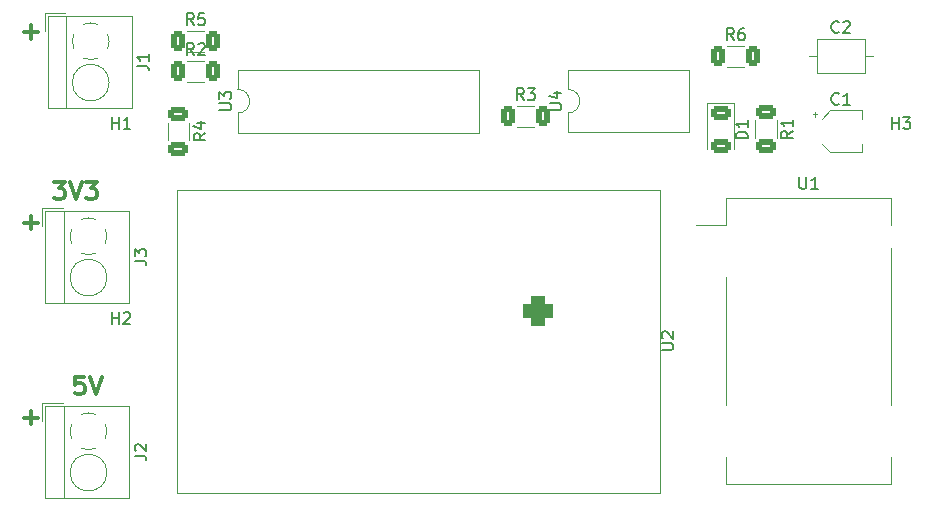
<source format=gto>
%TF.GenerationSoftware,KiCad,Pcbnew,6.0.8-1.fc36*%
%TF.CreationDate,2022-11-05T02:50:58+01:00*%
%TF.ProjectId,recruiting,72656372-7569-4746-996e-672e6b696361,V0*%
%TF.SameCoordinates,Original*%
%TF.FileFunction,Legend,Top*%
%TF.FilePolarity,Positive*%
%FSLAX46Y46*%
G04 Gerber Fmt 4.6, Leading zero omitted, Abs format (unit mm)*
G04 Created by KiCad (PCBNEW 6.0.8-1.fc36) date 2022-11-05 02:50:58*
%MOMM*%
%LPD*%
G01*
G04 APERTURE LIST*
G04 Aperture macros list*
%AMRoundRect*
0 Rectangle with rounded corners*
0 $1 Rounding radius*
0 $2 $3 $4 $5 $6 $7 $8 $9 X,Y pos of 4 corners*
0 Add a 4 corners polygon primitive as box body*
4,1,4,$2,$3,$4,$5,$6,$7,$8,$9,$2,$3,0*
0 Add four circle primitives for the rounded corners*
1,1,$1+$1,$2,$3*
1,1,$1+$1,$4,$5*
1,1,$1+$1,$6,$7*
1,1,$1+$1,$8,$9*
0 Add four rect primitives between the rounded corners*
20,1,$1+$1,$2,$3,$4,$5,0*
20,1,$1+$1,$4,$5,$6,$7,0*
20,1,$1+$1,$6,$7,$8,$9,0*
20,1,$1+$1,$8,$9,$2,$3,0*%
G04 Aperture macros list end*
%ADD10C,0.300000*%
%ADD11C,0.150000*%
%ADD12C,0.120000*%
%ADD13C,2.000000*%
%ADD14R,1.600000X1.600000*%
%ADD15O,1.600000X1.600000*%
%ADD16C,1.600000*%
%ADD17RoundRect,0.625000X-0.625000X0.625000X-0.625000X-0.625000X0.625000X-0.625000X0.625000X0.625000X0*%
%ADD18C,2.500000*%
%ADD19R,2.800000X1.400000*%
%ADD20RoundRect,0.250000X-0.312500X-0.625000X0.312500X-0.625000X0.312500X0.625000X-0.312500X0.625000X0*%
%ADD21RoundRect,0.250000X-0.625000X0.312500X-0.625000X-0.312500X0.625000X-0.312500X0.625000X0.312500X0*%
%ADD22R,2.400000X2.400000*%
%ADD23C,2.400000*%
%ADD24RoundRect,0.250000X-0.625000X0.375000X-0.625000X-0.375000X0.625000X-0.375000X0.625000X0.375000X0*%
%ADD25R,2.200000X1.600000*%
G04 APERTURE END LIST*
D10*
X101221071Y-100437142D02*
X102363928Y-100437142D01*
X101792500Y-101008571D02*
X101792500Y-99865714D01*
X101221071Y-83927142D02*
X102363928Y-83927142D01*
X101792500Y-84498571D02*
X101792500Y-83355714D01*
X101221071Y-67787142D02*
X102363928Y-67787142D01*
X101792500Y-68358571D02*
X101792500Y-67215714D01*
X103745357Y-80458571D02*
X104673928Y-80458571D01*
X104173928Y-81030000D01*
X104388214Y-81030000D01*
X104531071Y-81101428D01*
X104602500Y-81172857D01*
X104673928Y-81315714D01*
X104673928Y-81672857D01*
X104602500Y-81815714D01*
X104531071Y-81887142D01*
X104388214Y-81958571D01*
X103959642Y-81958571D01*
X103816785Y-81887142D01*
X103745357Y-81815714D01*
X105102500Y-80458571D02*
X105602500Y-81958571D01*
X106102500Y-80458571D01*
X106459642Y-80458571D02*
X107388214Y-80458571D01*
X106888214Y-81030000D01*
X107102500Y-81030000D01*
X107245357Y-81101428D01*
X107316785Y-81172857D01*
X107388214Y-81315714D01*
X107388214Y-81672857D01*
X107316785Y-81815714D01*
X107245357Y-81887142D01*
X107102500Y-81958571D01*
X106673928Y-81958571D01*
X106531071Y-81887142D01*
X106459642Y-81815714D01*
X106294285Y-96968571D02*
X105580000Y-96968571D01*
X105508571Y-97682857D01*
X105580000Y-97611428D01*
X105722857Y-97540000D01*
X106080000Y-97540000D01*
X106222857Y-97611428D01*
X106294285Y-97682857D01*
X106365714Y-97825714D01*
X106365714Y-98182857D01*
X106294285Y-98325714D01*
X106222857Y-98397142D01*
X106080000Y-98468571D01*
X105722857Y-98468571D01*
X105580000Y-98397142D01*
X105508571Y-98325714D01*
X106794285Y-96968571D02*
X107294285Y-98468571D01*
X107794285Y-96968571D01*
D11*
%TO.C,H3*%
X174690595Y-75992380D02*
X174690595Y-74992380D01*
X174690595Y-75468571D02*
X175262023Y-75468571D01*
X175262023Y-75992380D02*
X175262023Y-74992380D01*
X175642976Y-74992380D02*
X176262023Y-74992380D01*
X175928690Y-75373333D01*
X176071547Y-75373333D01*
X176166785Y-75420952D01*
X176214404Y-75468571D01*
X176262023Y-75563809D01*
X176262023Y-75801904D01*
X176214404Y-75897142D01*
X176166785Y-75944761D01*
X176071547Y-75992380D01*
X175785833Y-75992380D01*
X175690595Y-75944761D01*
X175642976Y-75897142D01*
%TO.C,H2*%
X108650595Y-92502380D02*
X108650595Y-91502380D01*
X108650595Y-91978571D02*
X109222023Y-91978571D01*
X109222023Y-92502380D02*
X109222023Y-91502380D01*
X109650595Y-91597619D02*
X109698214Y-91550000D01*
X109793452Y-91502380D01*
X110031547Y-91502380D01*
X110126785Y-91550000D01*
X110174404Y-91597619D01*
X110222023Y-91692857D01*
X110222023Y-91788095D01*
X110174404Y-91930952D01*
X109602976Y-92502380D01*
X110222023Y-92502380D01*
%TO.C,H1*%
X108650595Y-75992380D02*
X108650595Y-74992380D01*
X108650595Y-75468571D02*
X109222023Y-75468571D01*
X109222023Y-75992380D02*
X109222023Y-74992380D01*
X110222023Y-75992380D02*
X109650595Y-75992380D01*
X109936309Y-75992380D02*
X109936309Y-74992380D01*
X109841071Y-75135238D01*
X109745833Y-75230476D01*
X109650595Y-75278095D01*
%TO.C,U4*%
X145722380Y-74411904D02*
X146531904Y-74411904D01*
X146627142Y-74364285D01*
X146674761Y-74316666D01*
X146722380Y-74221428D01*
X146722380Y-74030952D01*
X146674761Y-73935714D01*
X146627142Y-73888095D01*
X146531904Y-73840476D01*
X145722380Y-73840476D01*
X146055714Y-72935714D02*
X146722380Y-72935714D01*
X145674761Y-73173809D02*
X146389047Y-73411904D01*
X146389047Y-72792857D01*
%TO.C,U3*%
X117772380Y-74416904D02*
X118581904Y-74416904D01*
X118677142Y-74369285D01*
X118724761Y-74321666D01*
X118772380Y-74226428D01*
X118772380Y-74035952D01*
X118724761Y-73940714D01*
X118677142Y-73893095D01*
X118581904Y-73845476D01*
X117772380Y-73845476D01*
X117772380Y-73464523D02*
X117772380Y-72845476D01*
X118153333Y-73178809D01*
X118153333Y-73035952D01*
X118200952Y-72940714D01*
X118248571Y-72893095D01*
X118343809Y-72845476D01*
X118581904Y-72845476D01*
X118677142Y-72893095D01*
X118724761Y-72940714D01*
X118772380Y-73035952D01*
X118772380Y-73321666D01*
X118724761Y-73416904D01*
X118677142Y-73464523D01*
%TO.C,U2*%
X155202380Y-94711904D02*
X156011904Y-94711904D01*
X156107142Y-94664285D01*
X156154761Y-94616666D01*
X156202380Y-94521428D01*
X156202380Y-94330952D01*
X156154761Y-94235714D01*
X156107142Y-94188095D01*
X156011904Y-94140476D01*
X155202380Y-94140476D01*
X155297619Y-93711904D02*
X155250000Y-93664285D01*
X155202380Y-93569047D01*
X155202380Y-93330952D01*
X155250000Y-93235714D01*
X155297619Y-93188095D01*
X155392857Y-93140476D01*
X155488095Y-93140476D01*
X155630952Y-93188095D01*
X156202380Y-93759523D01*
X156202380Y-93140476D01*
%TO.C,U1*%
X166878095Y-80082380D02*
X166878095Y-80891904D01*
X166925714Y-80987142D01*
X166973333Y-81034761D01*
X167068571Y-81082380D01*
X167259047Y-81082380D01*
X167354285Y-81034761D01*
X167401904Y-80987142D01*
X167449523Y-80891904D01*
X167449523Y-80082380D01*
X168449523Y-81082380D02*
X167878095Y-81082380D01*
X168163809Y-81082380D02*
X168163809Y-80082380D01*
X168068571Y-80225238D01*
X167973333Y-80320476D01*
X167878095Y-80368095D01*
%TO.C,R6*%
X161315833Y-68482380D02*
X160982500Y-68006190D01*
X160744404Y-68482380D02*
X160744404Y-67482380D01*
X161125357Y-67482380D01*
X161220595Y-67530000D01*
X161268214Y-67577619D01*
X161315833Y-67672857D01*
X161315833Y-67815714D01*
X161268214Y-67910952D01*
X161220595Y-67958571D01*
X161125357Y-68006190D01*
X160744404Y-68006190D01*
X162172976Y-67482380D02*
X161982500Y-67482380D01*
X161887261Y-67530000D01*
X161839642Y-67577619D01*
X161744404Y-67720476D01*
X161696785Y-67910952D01*
X161696785Y-68291904D01*
X161744404Y-68387142D01*
X161792023Y-68434761D01*
X161887261Y-68482380D01*
X162077738Y-68482380D01*
X162172976Y-68434761D01*
X162220595Y-68387142D01*
X162268214Y-68291904D01*
X162268214Y-68053809D01*
X162220595Y-67958571D01*
X162172976Y-67910952D01*
X162077738Y-67863333D01*
X161887261Y-67863333D01*
X161792023Y-67910952D01*
X161744404Y-67958571D01*
X161696785Y-68053809D01*
%TO.C,R5*%
X115595833Y-67212380D02*
X115262500Y-66736190D01*
X115024404Y-67212380D02*
X115024404Y-66212380D01*
X115405357Y-66212380D01*
X115500595Y-66260000D01*
X115548214Y-66307619D01*
X115595833Y-66402857D01*
X115595833Y-66545714D01*
X115548214Y-66640952D01*
X115500595Y-66688571D01*
X115405357Y-66736190D01*
X115024404Y-66736190D01*
X116500595Y-66212380D02*
X116024404Y-66212380D01*
X115976785Y-66688571D01*
X116024404Y-66640952D01*
X116119642Y-66593333D01*
X116357738Y-66593333D01*
X116452976Y-66640952D01*
X116500595Y-66688571D01*
X116548214Y-66783809D01*
X116548214Y-67021904D01*
X116500595Y-67117142D01*
X116452976Y-67164761D01*
X116357738Y-67212380D01*
X116119642Y-67212380D01*
X116024404Y-67164761D01*
X115976785Y-67117142D01*
%TO.C,R4*%
X116572380Y-76366666D02*
X116096190Y-76700000D01*
X116572380Y-76938095D02*
X115572380Y-76938095D01*
X115572380Y-76557142D01*
X115620000Y-76461904D01*
X115667619Y-76414285D01*
X115762857Y-76366666D01*
X115905714Y-76366666D01*
X116000952Y-76414285D01*
X116048571Y-76461904D01*
X116096190Y-76557142D01*
X116096190Y-76938095D01*
X115905714Y-75509523D02*
X116572380Y-75509523D01*
X115524761Y-75747619D02*
X116239047Y-75985714D01*
X116239047Y-75366666D01*
%TO.C,R3*%
X143535833Y-73562380D02*
X143202500Y-73086190D01*
X142964404Y-73562380D02*
X142964404Y-72562380D01*
X143345357Y-72562380D01*
X143440595Y-72610000D01*
X143488214Y-72657619D01*
X143535833Y-72752857D01*
X143535833Y-72895714D01*
X143488214Y-72990952D01*
X143440595Y-73038571D01*
X143345357Y-73086190D01*
X142964404Y-73086190D01*
X143869166Y-72562380D02*
X144488214Y-72562380D01*
X144154880Y-72943333D01*
X144297738Y-72943333D01*
X144392976Y-72990952D01*
X144440595Y-73038571D01*
X144488214Y-73133809D01*
X144488214Y-73371904D01*
X144440595Y-73467142D01*
X144392976Y-73514761D01*
X144297738Y-73562380D01*
X144012023Y-73562380D01*
X143916785Y-73514761D01*
X143869166Y-73467142D01*
%TO.C,R2*%
X115595833Y-69752380D02*
X115262500Y-69276190D01*
X115024404Y-69752380D02*
X115024404Y-68752380D01*
X115405357Y-68752380D01*
X115500595Y-68800000D01*
X115548214Y-68847619D01*
X115595833Y-68942857D01*
X115595833Y-69085714D01*
X115548214Y-69180952D01*
X115500595Y-69228571D01*
X115405357Y-69276190D01*
X115024404Y-69276190D01*
X115976785Y-68847619D02*
X116024404Y-68800000D01*
X116119642Y-68752380D01*
X116357738Y-68752380D01*
X116452976Y-68800000D01*
X116500595Y-68847619D01*
X116548214Y-68942857D01*
X116548214Y-69038095D01*
X116500595Y-69180952D01*
X115929166Y-69752380D01*
X116548214Y-69752380D01*
%TO.C,R1*%
X166294880Y-76174166D02*
X165818690Y-76507500D01*
X166294880Y-76745595D02*
X165294880Y-76745595D01*
X165294880Y-76364642D01*
X165342500Y-76269404D01*
X165390119Y-76221785D01*
X165485357Y-76174166D01*
X165628214Y-76174166D01*
X165723452Y-76221785D01*
X165771071Y-76269404D01*
X165818690Y-76364642D01*
X165818690Y-76745595D01*
X166294880Y-75221785D02*
X166294880Y-75793214D01*
X166294880Y-75507500D02*
X165294880Y-75507500D01*
X165437738Y-75602738D01*
X165532976Y-75697976D01*
X165580595Y-75793214D01*
%TO.C,J3*%
X110592380Y-87173333D02*
X111306666Y-87173333D01*
X111449523Y-87220952D01*
X111544761Y-87316190D01*
X111592380Y-87459047D01*
X111592380Y-87554285D01*
X110592380Y-86792380D02*
X110592380Y-86173333D01*
X110973333Y-86506666D01*
X110973333Y-86363809D01*
X111020952Y-86268571D01*
X111068571Y-86220952D01*
X111163809Y-86173333D01*
X111401904Y-86173333D01*
X111497142Y-86220952D01*
X111544761Y-86268571D01*
X111592380Y-86363809D01*
X111592380Y-86649523D01*
X111544761Y-86744761D01*
X111497142Y-86792380D01*
%TO.C,J2*%
X110592380Y-103683333D02*
X111306666Y-103683333D01*
X111449523Y-103730952D01*
X111544761Y-103826190D01*
X111592380Y-103969047D01*
X111592380Y-104064285D01*
X110687619Y-103254761D02*
X110640000Y-103207142D01*
X110592380Y-103111904D01*
X110592380Y-102873809D01*
X110640000Y-102778571D01*
X110687619Y-102730952D01*
X110782857Y-102683333D01*
X110878095Y-102683333D01*
X111020952Y-102730952D01*
X111592380Y-103302380D01*
X111592380Y-102683333D01*
%TO.C,J1*%
X110784880Y-70663333D02*
X111499166Y-70663333D01*
X111642023Y-70710952D01*
X111737261Y-70806190D01*
X111784880Y-70949047D01*
X111784880Y-71044285D01*
X111784880Y-69663333D02*
X111784880Y-70234761D01*
X111784880Y-69949047D02*
X110784880Y-69949047D01*
X110927738Y-70044285D01*
X111022976Y-70139523D01*
X111070595Y-70234761D01*
%TO.C,D1*%
X162484880Y-76808095D02*
X161484880Y-76808095D01*
X161484880Y-76570000D01*
X161532500Y-76427142D01*
X161627738Y-76331904D01*
X161722976Y-76284285D01*
X161913452Y-76236666D01*
X162056309Y-76236666D01*
X162246785Y-76284285D01*
X162342023Y-76331904D01*
X162437261Y-76427142D01*
X162484880Y-76570000D01*
X162484880Y-76808095D01*
X162484880Y-75284285D02*
X162484880Y-75855714D01*
X162484880Y-75570000D02*
X161484880Y-75570000D01*
X161627738Y-75665238D01*
X161722976Y-75760476D01*
X161770595Y-75855714D01*
%TO.C,C2*%
X170205833Y-67787142D02*
X170158214Y-67834761D01*
X170015357Y-67882380D01*
X169920119Y-67882380D01*
X169777261Y-67834761D01*
X169682023Y-67739523D01*
X169634404Y-67644285D01*
X169586785Y-67453809D01*
X169586785Y-67310952D01*
X169634404Y-67120476D01*
X169682023Y-67025238D01*
X169777261Y-66930000D01*
X169920119Y-66882380D01*
X170015357Y-66882380D01*
X170158214Y-66930000D01*
X170205833Y-66977619D01*
X170586785Y-66977619D02*
X170634404Y-66930000D01*
X170729642Y-66882380D01*
X170967738Y-66882380D01*
X171062976Y-66930000D01*
X171110595Y-66977619D01*
X171158214Y-67072857D01*
X171158214Y-67168095D01*
X171110595Y-67310952D01*
X170539166Y-67882380D01*
X171158214Y-67882380D01*
%TO.C,C1*%
X170205833Y-73857142D02*
X170158214Y-73904761D01*
X170015357Y-73952380D01*
X169920119Y-73952380D01*
X169777261Y-73904761D01*
X169682023Y-73809523D01*
X169634404Y-73714285D01*
X169586785Y-73523809D01*
X169586785Y-73380952D01*
X169634404Y-73190476D01*
X169682023Y-73095238D01*
X169777261Y-73000000D01*
X169920119Y-72952380D01*
X170015357Y-72952380D01*
X170158214Y-73000000D01*
X170205833Y-73047619D01*
X171158214Y-73952380D02*
X170586785Y-73952380D01*
X170872500Y-73952380D02*
X170872500Y-72952380D01*
X170777261Y-73095238D01*
X170682023Y-73190476D01*
X170586785Y-73238095D01*
D12*
%TO.C,U4*%
X147270000Y-71000000D02*
X147270000Y-72650000D01*
X147270000Y-76300000D02*
X157550000Y-76300000D01*
X157550000Y-71000000D02*
X147270000Y-71000000D01*
X147270000Y-74650000D02*
X147270000Y-76300000D01*
X157550000Y-76300000D02*
X157550000Y-71000000D01*
X147270000Y-74650000D02*
G75*
G03*
X147270000Y-72650000I0J1000000D01*
G01*
%TO.C,U3*%
X139760000Y-71005000D02*
X119320000Y-71005000D01*
X139760000Y-76305000D02*
X139760000Y-71005000D01*
X119320000Y-74655000D02*
X119320000Y-76305000D01*
X119320000Y-71005000D02*
X119320000Y-72655000D01*
X119320000Y-76305000D02*
X139760000Y-76305000D01*
X119320000Y-74655000D02*
G75*
G03*
X119320000Y-72655000I0J1000000D01*
G01*
%TO.C,U2*%
X155060000Y-81160000D02*
X114180000Y-81160000D01*
X114180000Y-81160000D02*
X114180000Y-106800000D01*
X114180000Y-106800000D02*
X155060000Y-106800000D01*
X155060000Y-106800000D02*
X155060000Y-81160000D01*
%TO.C,U1*%
X174600000Y-86050000D02*
X174600000Y-99380000D01*
X174600000Y-106090000D02*
X160680000Y-106090000D01*
X160680000Y-103820000D02*
X160680000Y-106090000D01*
X174600000Y-103820000D02*
X174600000Y-106090000D01*
X174600000Y-81870000D02*
X160680000Y-81870000D01*
X160680000Y-84140000D02*
X158090000Y-84140000D01*
X160680000Y-81870000D02*
X160680000Y-84140000D01*
X174600000Y-81870000D02*
X174600000Y-84140000D01*
X160680000Y-88580000D02*
X160680000Y-99370000D01*
%TO.C,R6*%
X160755436Y-70760000D02*
X162209564Y-70760000D01*
X160755436Y-68940000D02*
X162209564Y-68940000D01*
%TO.C,R5*%
X115035436Y-69490000D02*
X116489564Y-69490000D01*
X115035436Y-67670000D02*
X116489564Y-67670000D01*
%TO.C,R4*%
X113390000Y-75472936D02*
X113390000Y-76927064D01*
X115210000Y-75472936D02*
X115210000Y-76927064D01*
%TO.C,R3*%
X142975436Y-75840000D02*
X144429564Y-75840000D01*
X142975436Y-74020000D02*
X144429564Y-74020000D01*
%TO.C,R2*%
X115035436Y-72030000D02*
X116489564Y-72030000D01*
X115035436Y-70210000D02*
X116489564Y-70210000D01*
%TO.C,R1*%
X163112500Y-75280436D02*
X163112500Y-76734564D01*
X164932500Y-75280436D02*
X164932500Y-76734564D01*
%TO.C,J3*%
X110140000Y-82930000D02*
X110140000Y-90750000D01*
X110140000Y-90750000D02*
X103020000Y-90750000D01*
X104580000Y-82930000D02*
X104580000Y-90750000D01*
X104520000Y-82690000D02*
X102780000Y-82690000D01*
X110140000Y-82930000D02*
X103020000Y-82930000D01*
X102780000Y-82690000D02*
X102780000Y-84190000D01*
X103020000Y-82930000D02*
X103020000Y-90750000D01*
X106072000Y-86522000D02*
G75*
G03*
X107287742Y-86522109I607999J1432003D01*
G01*
X105125000Y-85090000D02*
G75*
G03*
X105248615Y-85697587I1555000J0D01*
G01*
X108112000Y-85698000D02*
G75*
G03*
X108112109Y-84482258I-1432000J608000D01*
G01*
X105248000Y-84482000D02*
G75*
G03*
X105124507Y-85117011I1431988J-607998D01*
G01*
X107288000Y-83658000D02*
G75*
G03*
X106072258Y-83657891I-608000J-1432000D01*
G01*
X108235000Y-88590000D02*
G75*
G03*
X108235000Y-88590000I-1555000J0D01*
G01*
%TO.C,J2*%
X110140000Y-99440000D02*
X110140000Y-107260000D01*
X110140000Y-107260000D02*
X103020000Y-107260000D01*
X104580000Y-99440000D02*
X104580000Y-107260000D01*
X104520000Y-99200000D02*
X102780000Y-99200000D01*
X110140000Y-99440000D02*
X103020000Y-99440000D01*
X102780000Y-99200000D02*
X102780000Y-100700000D01*
X103020000Y-99440000D02*
X103020000Y-107260000D01*
X106072000Y-103032000D02*
G75*
G03*
X107287742Y-103032109I607999J1432003D01*
G01*
X105125000Y-101600000D02*
G75*
G03*
X105248615Y-102207587I1555000J0D01*
G01*
X108112000Y-102208000D02*
G75*
G03*
X108112109Y-100992258I-1432000J608000D01*
G01*
X105248000Y-100992000D02*
G75*
G03*
X105124507Y-101627011I1431988J-607998D01*
G01*
X107288000Y-100168000D02*
G75*
G03*
X106072258Y-100167891I-608000J-1432000D01*
G01*
X108235000Y-105100000D02*
G75*
G03*
X108235000Y-105100000I-1555000J0D01*
G01*
%TO.C,J1*%
X110332500Y-66420000D02*
X110332500Y-74240000D01*
X110332500Y-74240000D02*
X103212500Y-74240000D01*
X104772500Y-66420000D02*
X104772500Y-74240000D01*
X104712500Y-66180000D02*
X102972500Y-66180000D01*
X110332500Y-66420000D02*
X103212500Y-66420000D01*
X102972500Y-66180000D02*
X102972500Y-67680000D01*
X103212500Y-66420000D02*
X103212500Y-74240000D01*
X106264500Y-70012000D02*
G75*
G03*
X107480242Y-70012109I607999J1432003D01*
G01*
X105317500Y-68580000D02*
G75*
G03*
X105441115Y-69187587I1555000J0D01*
G01*
X108304500Y-69188000D02*
G75*
G03*
X108304609Y-67972258I-1432000J608000D01*
G01*
X105440500Y-67972000D02*
G75*
G03*
X105317007Y-68607011I1431988J-607998D01*
G01*
X107480500Y-67148000D02*
G75*
G03*
X106264758Y-67147891I-608000J-1432000D01*
G01*
X108427500Y-72080000D02*
G75*
G03*
X108427500Y-72080000I-1555000J0D01*
G01*
%TO.C,D1*%
X161347500Y-73785000D02*
X159077500Y-73785000D01*
X161347500Y-77670000D02*
X161347500Y-73785000D01*
X159077500Y-73785000D02*
X159077500Y-77670000D01*
%TO.C,C2*%
X172392500Y-68430000D02*
X168352500Y-68430000D01*
X172392500Y-71270000D02*
X172392500Y-68430000D01*
X168352500Y-68430000D02*
X168352500Y-71270000D01*
X173082500Y-69850000D02*
X172392500Y-69850000D01*
X168352500Y-71270000D02*
X172392500Y-71270000D01*
X167662500Y-69850000D02*
X168352500Y-69850000D01*
%TO.C,C1*%
X169501937Y-77960000D02*
X172132500Y-77960000D01*
X172132500Y-77960000D02*
X172132500Y-77260000D01*
X168185000Y-74577500D02*
X168185000Y-74952500D01*
X168801937Y-77260000D02*
X169501937Y-77960000D01*
X169501937Y-74440000D02*
X172132500Y-74440000D01*
X172132500Y-74440000D02*
X172132500Y-75140000D01*
X167997500Y-74765000D02*
X168372500Y-74765000D01*
X168801937Y-75140000D02*
X169501937Y-74440000D01*
%TD*%
%LPC*%
D13*
%TO.C,H3*%
X175452500Y-78740000D03*
%TD*%
%TO.C,H2*%
X109412500Y-95250000D03*
%TD*%
%TO.C,H1*%
X109412500Y-78740000D03*
%TD*%
D14*
%TO.C,U4*%
X148600000Y-77460000D03*
D15*
X151140000Y-77460000D03*
X153680000Y-77460000D03*
X156220000Y-77460000D03*
X156220000Y-69840000D03*
X153680000Y-69840000D03*
X151140000Y-69840000D03*
X148600000Y-69840000D03*
%TD*%
D14*
%TO.C,U3*%
X120650000Y-77465000D03*
D16*
X123190000Y-77465000D03*
X135890000Y-77465000D03*
X138430000Y-77465000D03*
X138430000Y-69845000D03*
X135890000Y-69845000D03*
X123190000Y-69845000D03*
X120650000Y-69845000D03*
%TD*%
D17*
%TO.C,U2*%
X144780000Y-91440000D03*
D18*
X144780000Y-96520000D03*
X124460000Y-83820000D03*
X124460000Y-93980000D03*
X124460000Y-104140000D03*
X144780000Y-104140000D03*
%TD*%
D19*
%TO.C,U1*%
X175890000Y-85090000D03*
X175890000Y-100330000D03*
X175890000Y-102870000D03*
X159390000Y-102870000D03*
X159390000Y-100330000D03*
X159390000Y-87630000D03*
X159390000Y-85090000D03*
%TD*%
D20*
%TO.C,R6*%
X160020000Y-69850000D03*
X162945000Y-69850000D03*
%TD*%
%TO.C,R5*%
X114300000Y-68580000D03*
X117225000Y-68580000D03*
%TD*%
D21*
%TO.C,R4*%
X114300000Y-74737500D03*
X114300000Y-77662500D03*
%TD*%
D20*
%TO.C,R3*%
X142240000Y-74930000D03*
X145165000Y-74930000D03*
%TD*%
%TO.C,R2*%
X114300000Y-71120000D03*
X117225000Y-71120000D03*
%TD*%
D21*
%TO.C,R1*%
X164022500Y-74545000D03*
X164022500Y-77470000D03*
%TD*%
D22*
%TO.C,J3*%
X106680000Y-85090000D03*
D23*
X106680000Y-88590000D03*
%TD*%
D22*
%TO.C,J2*%
X106680000Y-101600000D03*
D23*
X106680000Y-105100000D03*
%TD*%
D22*
%TO.C,J1*%
X106872500Y-68580000D03*
D23*
X106872500Y-72080000D03*
%TD*%
D24*
%TO.C,D1*%
X160212500Y-74670000D03*
X160212500Y-77470000D03*
%TD*%
D16*
%TO.C,C2*%
X166622500Y-69850000D03*
D15*
X174122500Y-69850000D03*
%TD*%
D25*
%TO.C,C1*%
X171872500Y-76200000D03*
X168872500Y-76200000D03*
%TD*%
M02*

</source>
